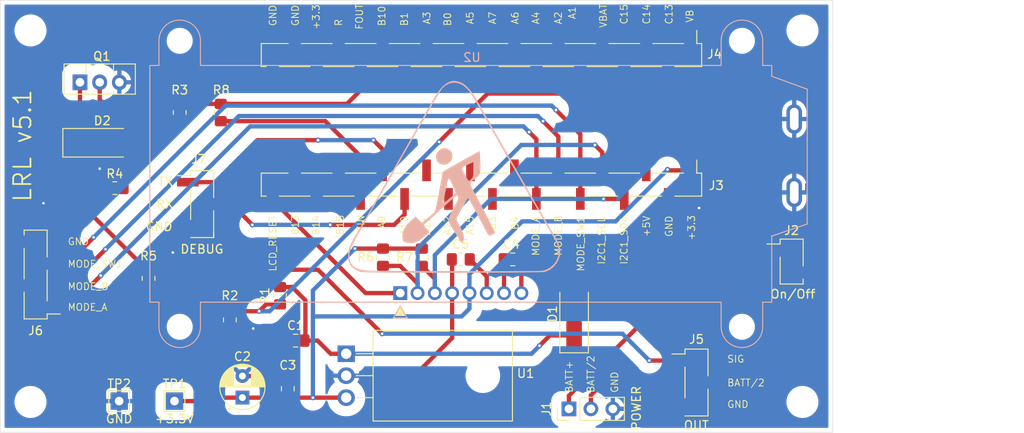
<source format=kicad_pcb>
(kicad_pcb (version 20240108) (generator "pcbnew") (generator_version "8.0")
  (layers (0 "F.Cu" signal) (31 "B.Cu" signal) (34 "B.Paste" user) (35 "F.Paste" user) (36 "B.SilkS" user "B.Silkscreen") (37 "F.SilkS" user "F.Silkscreen") (38 "B.Mask" user) (39 "F.Mask" user) (44 "Edge.Cuts" user))
  (net 0 "")
  (net 1 "+BATT")
  (net 2 "GND")
  (net 3 "+3.3V")
  (net 4 "Net-(U2-C1-)")
  (net 5 "Net-(U2-C1+)")
  (net 6 "Net-(U2-VOUT)")
  (net 7 "Net-(D1-A)")
  (net 8 "Net-(D2-K)")
  (net 9 "Net-(D2-A)")
  (net 10 "Net-(J1-Pin_1)")
  (net 11 "BATT{slash}2")
  (net 12 "I2C1_SDA")
  (net 13 "FOUT")
  (net 14 "I2C1_SCL")
  (net 15 "FIN")
  (net 16 "MODE_A")
  (net 18 "LCD_RESET")
  (net 21 "UART1_TX")
  (net 23 "UART1_RX")
  (net 29 "MODE_B")
  (net 31 "VBAT")
  (net 38 "MODE_SW1")
  (footprint "MountingHole:MountingHole_3.2mm_M3" (layer "F.Cu") (at 174.75 33.5)
    (property "Reference" "H1" (hide yes))
    (property "Value" "MountingHole" (hide yes))
    (pad "" np_thru_hole circle (at 0 0) (size 3.2 3.2) (drill 3.2) (layers "*.Cu" "*.Mask"))
  )
  (footprint "Diode_SMD:D_SMA_Handsoldering" (layer "F.Cu") (at 237.6 66.3 90)
    (property "Reference" "D1" (at 0 -2.5 90) (layer "F.SilkS"))
    (property "Value" "1N5819")
    (pad "1" smd roundrect (at -2.5 0 90) (size 3.5 1.8) (layers "F.Cu" "F.Paste" "F.Mask") (roundrect_rratio 0.1388888889) (net 1 "+BATT"))
    (pad "2" smd roundrect (at 2.5 0 90) (size 3.5 1.8) (layers "F.Cu" "F.Paste" "F.Mask") (roundrect_rratio 0.1388888889) (net 7 "Net-(D1-A)"))
  )
  (footprint "MountingHole:MountingHole_3.2mm_M3" (layer "F.Cu") (at 174.75 76.5)
    (property "Reference" "H3" (hide yes))
    (property "Value" "MountingHole" (hide yes))
    (pad "" np_thru_hole circle (at 0 0) (size 3.2 3.2) (drill 3.2) (layers "*.Cu" "*.Mask"))
  )
  (footprint "Diode_SMD:D_SMA_Handsoldering" (layer "F.Cu") (at 183 46.5)
    (property "Reference" "D2" (at 0.05 -2.55 0) (layer "F.SilkS"))
    (property "Value" "1N4148")
    (pad "1" smd roundrect (at -2.5 0) (size 3.5 1.8) (layers "F.Cu" "F.Paste" "F.Mask") (roundrect_rratio 0.1388888889) (net 8 "Net-(D2-K)"))
    (pad "2" smd roundrect (at 2.5 0) (size 3.5 1.8) (layers "F.Cu" "F.Paste" "F.Mask") (roundrect_rratio 0.1388888889) (net 9 "Net-(D2-A)"))
  )
  (footprint "Resistor_SMD:R_0805_2012Metric_Pad1.20x1.40mm_HandSolder" (layer "F.Cu") (at 215.5 59.75 -90)
    (property "Reference" "R6" (at 0 2 180) (layer "F.SilkS"))
    (property "Value" "10k")
    (pad "1" smd roundrect (at -1 0 270) (size 1.2 1.4) (layers "F.Cu" "F.Paste" "F.Mask") (roundrect_rratio 0.208333) (net 3 "+3.3V"))
    (pad "2" smd roundrect (at 1 0 270) (size 1.2 1.4) (layers "F.Cu" "F.Paste" "F.Mask") (roundrect_rratio 0.208333) (net 14 "I2C1_SCL"))
  )
  (footprint "Connector_PinHeader_2.54mm:PinHeader_1x03_P2.54mm_Vertical" (layer "F.Cu") (at 237 77.3 90)
    (property "Reference" "J1" (at 0 -2.6 90) (layer "F.SilkS"))
    (property "Value" "POWER" (at 0.1 7.8 90) (layer "F.SilkS"))
    (pad "1" thru_hole rect (at 0 0 90) (size 1.7 1.7) (drill 1) (layers "*.Cu" "*.Mask") (net 10 "Net-(J1-Pin_1)"))
    (pad "2" thru_hole oval (at 0 2.54 90) (size 1.7 1.7) (drill 1) (layers "*.Cu" "*.Mask") (net 11 "BATT{slash}2"))
    (pad "3" thru_hole oval (at 0 5.08 90) (size 1.7 1.7) (drill 1) (layers "*.Cu" "*.Mask") (net 2 "GND"))
  )
  (footprint "Connector_PinHeader_2.54mm:PinHeader_1x03_P2.54mm_Vertical_SMD_Pin1Left" (layer "F.Cu") (at 251.75 74.25)
    (property "Reference" "J5" (at 0 -5 0) (layer "F.SilkS"))
    (property "Value" "OUT")
    (pad "1" smd rect (at -1.655 -2.54) (size 2.51 1) (layers "F.Cu" "F.Paste" "F.Mask") (net 8 "Net-(D2-K)"))
    (pad "2" smd rect (at 1.655 0) (size 2.51 1) (layers "F.Cu" "F.Paste" "F.Mask") (net 11 "BATT{slash}2"))
    (pad "3" smd rect (at -1.655 2.54) (size 2.51 1) (layers "F.Cu" "F.Paste" "F.Mask") (net 2 "GND"))
  )
  (footprint "Capacitor_SMD:C_0805_2012Metric_Pad1.18x1.45mm_HandSolder" (layer "F.Cu") (at 204.5 74.9625 90)
    (property "Reference" "C3" (at 2.7125 0 180) (layer "F.SilkS"))
    (property "Value" "100n")
    (pad "1" smd roundrect (at -1.0375 0 90) (size 1.175 1.45) (layers "F.Cu" "F.Paste" "F.Mask") (roundrect_rratio 0.212766) (net 3 "+3.3V"))
    (pad "2" smd roundrect (at 1.0375 0 90) (size 1.175 1.45) (layers "F.Cu" "F.Paste" "F.Mask") (roundrect_rratio 0.212766) (net 2 "GND"))
  )
  (footprint "Resistor_SMD:R_0805_2012Metric_Pad1.20x1.40mm_HandSolder" (layer "F.Cu") (at 197.8 67 -90)
    (property "Reference" "R2" (at -2.8 0 0) (layer "F.SilkS"))
    (property "Value" "4.7k")
    (pad "1" smd roundrect (at -1 0 270) (size 1.2 1.4) (layers "F.Cu" "F.Paste" "F.Mask") (roundrect_rratio 0.208333) (net 31 "VBAT"))
    (pad "2" smd roundrect (at 1 0 270) (size 1.2 1.4) (layers "F.Cu" "F.Paste" "F.Mask") (roundrect_rratio 0.208333) (net 2 "GND"))
  )
  (footprint "Resistor_SMD:R_0805_2012Metric_Pad1.20x1.40mm_HandSolder" (layer "F.Cu") (at 192 43 -90)
    (property "Reference" "R3" (at -2.6 0 180) (layer "F.SilkS"))
    (property "Value" "1k")
    (pad "1" smd roundrect (at -1 0 270) (size 1.2 1.4) (layers "F.Cu" "F.Paste" "F.Mask") (roundrect_rratio 0.208333) (net 13 "FOUT"))
    (pad "2" smd roundrect (at 1 0 270) (size 1.2 1.4) (layers "F.Cu" "F.Paste" "F.Mask") (roundrect_rratio 0.208333) (net 9 "Net-(D2-A)"))
  )
  (footprint "TestPoint:TestPoint_THTPad_2.0x2.0mm_Drill1.0mm" (layer "F.Cu") (at 191.4 76.4)
    (property "Reference" "TP1" (at 0 -1.998 0) (layer "F.SilkS"))
    (property "Value" "+3.3V" (at 0 2.05 0) (layer "F.SilkS"))
    (pad "1" thru_hole rect (at 0 0) (size 2 2) (drill 1) (layers "*.Cu" "*.Mask") (net 3 "+3.3V"))
  )
  (footprint "Package_TO_SOT_THT:TO-220F-3_Horizontal_TabDown" (layer "F.Cu") (at 211.25 70.92 -90)
    (property "Reference" "U1" (at 2.28 -20.75 0) (layer "F.SilkS"))
    (property "Value" "BA033CC0T")
    (pad "" np_thru_hole circle (at 2.54 -15.8 270) (size 3.5 3.5) (drill 3.5) (layers "*.Cu" "*.Mask"))
    (pad "1" thru_hole rect (at 0 0 270) (size 1.905 2) (drill 1.2) (layers "*.Cu" "*.Mask") (net 1 "+BATT"))
    (pad "2" thru_hole oval (at 2.54 0 270) (size 1.905 2) (drill 1.2) (layers "*.Cu" "*.Mask") (net 2 "GND"))
    (pad "3" thru_hole oval (at 5.08 0 270) (size 1.905 2) (drill 1.2) (layers "*.Cu" "*.Mask") (net 3 "+3.3V"))
  )
  (footprint "Connector_PinHeader_2.54mm:PinHeader_1x20_P2.54mm_Vertical_SMD_Pin1Left" (layer "F.Cu") (at 226.89 51.345 -90)
    (property "Reference" "J3" (at 0.105 -27.15 0) (layer "F.SilkS"))
    (property "Value" "~" (hide yes))
    (pad "1" smd rect (at -1.655 -24.13 270) (size 2.51 1) (layers "F.Cu" "F.Paste" "F.Mask") (net 3 "+3.3V"))
    (pad "2" smd rect (at 1.655 -21.59 270) (size 2.51 1) (layers "F.Cu" "F.Paste" "F.Mask") (net 2 "GND"))
    (pad "3" smd rect (at -1.655 -19.05 270) (size 2.51 1) (layers "F.Cu" "F.Paste" "F.Mask"))
    (pad "4" smd rect (at 1.655 -16.51 270) (size 2.51 1) (layers "F.Cu" "F.Paste" "F.Mask") (net 12 "I2C1_SDA"))
    (pad "5" smd rect (at -1.655 -13.97 270) (size 2.51 1) (layers "F.Cu" "F.Paste" "F.Mask") (net 14 "I2C1_SCL"))
    (pad "6" smd rect (at 1.655 -11.43 270) (size 2.51 1) (layers "F.Cu" "F.Paste" "F.Mask") (net 38 "MODE_SW1"))
    (pad "7" smd rect (at -1.655 -8.89 270) (size 2.51 1) (layers "F.Cu" "F.Paste" "F.Mask") (net 29 "MODE_B"))
    (pad "8" smd rect (at 1.655 -6.35 270) (size 2.51 1) (layers "F.Cu" "F.Paste" "F.Mask") (net 16 "MODE_A"))
    (pad "9" smd rect (at -1.655 -3.81 270) (size 2.51 1) (layers "F.Cu" "F.Paste" "F.Mask"))
    (pad "10" smd rect (at 1.655 -1.27 270) (size 2.51 1) (layers "F.Cu" "F.Paste" "F.Mask"))
    (pad "11" smd rect (at -1.655 1.27 270) (size 2.51 1) (layers "F.Cu" "F.Paste" "F.Mask"))
    (pad "12" smd rect (at 1.655 3.81 270) (size 2.51 1) (layers "F.Cu" "F.Paste" "F.Mask"))
    (pad "13" smd rect (at -1.655 6.35 270) (size 2.51 1) (layers "F.Cu" "F.Paste" "F.Mask"))
    (pad "14" smd rect (at 1.655 8.89 270) (size 2.51 1) (layers "F.Cu" "F.Paste" "F.Mask") (net 23 "UART1_RX"))
    (pad "15" smd rect (at -1.655 11.43 270) (size 2.51 1) (layers "F.Cu" "F.Paste" "F.Mask") (net 21 "UART1_TX"))
    (pad "16" smd rect (at 1.655 13.97 270) (size 2.51 1) (layers "F.Cu" "F.Paste" "F.Mask") (net 15 "FIN"))
    (pad "17" smd rect (at -1.655 16.51 270) (size 2.51 1) (layers "F.Cu" "F.Paste" "F.Mask"))
    (pad "18" smd rect (at 1.655 19.05 270) (size 2.51 1) (layers "F.Cu" "F.Paste" "F.Mask"))
    (pad "19" smd rect (at -1.655 21.59 270) (size 2.51 1) (layers "F.Cu" "F.Paste" "F.Mask"))
    (pad "20" smd rect (at 1.655 24.13 270) (size 2.51 1) (layers "F.Cu" "F.Paste" "F.Mask") (net 18 "LCD_RESET"))
  )
  (footprint "Capacitor_SMD:C_0805_2012Metric_Pad1.18x1.45mm_HandSolder" (layer "F.Cu") (at 205.4 69.4 180)
    (property "Reference" "C1" (at 0 1.75 180) (layer "F.SilkS"))
    (property "Value" "100n")
    (pad "1" smd roundrect (at -1.0375 0 180) (size 1.175 1.45) (layers "F.Cu" "F.Paste" "F.Mask") (roundrect_rratio 0.212766) (net 1 "+BATT"))
    (pad "2" smd roundrect (at 1.0375 0 180) (size 1.175 1.45) (layers "F.Cu" "F.Paste" "F.Mask") (roundrect_rratio 0.212766) (net 2 "GND"))
  )
  (footprint "Connector_PinHeader_2.54mm:PinHeader_1x20_P2.54mm_Vertical_SMD_Pin1Left" (layer "F.Cu") (at 226.89 36.345 -90)
    (property "Reference" "J4" (at -0.095 -26.95 180) (layer "F.SilkS"))
    (property "Value" "~" (hide yes))
    (pad "1" smd rect (at -1.655 -24.13 270) (size 2.51 1) (layers "F.Cu" "F.Paste" "F.Mask"))
    (pad "2" smd rect (at 1.655 -21.59 270) (size 2.51 1) (layers "F.Cu" "F.Paste" "F.Mask"))
    (pad "3" smd rect (at -1.655 -19.05 270) (size 2.51 1) (layers "F.Cu" "F.Paste" "F.Mask"))
    (pad "4" smd rect (at 1.655 -16.51 270) (size 2.51 1) (layers "F.Cu" "F.Paste" "F.Mask"))
    (pad "5" smd rect (at -1.655 -13.97 270) (size 2.51 1) (layers "F.Cu" "F.Paste" "F.Mask") (net 31 "VBAT"))
    (pad "6" smd rect (at 1.655 -11.43 270) (size 2.51 1) (layers "F.Cu" "F.Paste" "F.Mask"))
    (pad "7" smd rect (at -1.655 -8.89 270) (size 2.51 1) (layers "F.Cu" "F.Paste" "F.Mask"))
    (pad "8" smd rect (at 1.655 -6.35 270) (size 2.51 1) (layers "F.Cu" "F.Paste" "F.Mask"))
    (pad "9" smd rect (at -1.655 -3.81 270) (size 2.51 1) (layers "F.Cu" "F.Paste" "F.Mask"))
    (pad "10" smd rect (at 1.655 -1.27 270) (size 2.51 1) (layers "F.Cu" "F.Paste" "F.Mask"))
    (pad "11" smd rect (at -1.655 1.27 270) (size 2.51 1) (layers "F.Cu" "F.Paste" "F.Mask"))
    (pad "12" smd rect (at 1.655 3.81 270) (size 2.51 1) (layers "F.Cu" "F.Paste" "F.Mask"))
    (pad "13" smd rect (at -1.655 6.35 270) (size 2.51 1) (layers "F.Cu" "F.Paste" "F.Mask"))
    (pad "14" smd rect (at 1.655 8.89 270) (size 2.51 1) (layers "F.Cu" "F.Paste" "F.Mask"))
    (pad "15" smd rect (at -1.655 11.43 270) (size 2.51 1) (layers "F.Cu" "F.Paste" "F.Mask"))
    (pad "16" smd rect (at 1.655 13.97 270) (size 2.51 1) (layers "F.Cu" "F.Paste" "F.Mask") (net 13 "FOUT"))
    (pad "17" smd rect (at -1.655 16.51 270) (size 2.51 1) (layers "F.Cu" "F.Paste" "F.Mask"))
    (pad "18" smd rect (at 1.655 19.05 270) (size 2.51 1) (layers "F.Cu" "F.Paste" "F.Mask"))
    (pad "19" smd rect (at -1.655 21.59 270) (size 2.51 1) (layers "F.Cu" "F.Paste" "F.Mask"))
    (pad "20" smd rect (at 1.655 24.13 270) (size 2.51 1) (layers "F.Cu" "F.Paste" "F.Mask"))
  )
  (footprint "Capacitor_THT:CP_Radial_D5.0mm_P2.50mm" (layer "F.Cu") (at 199.25 76 90)
    (property "Reference" "C2" (at 4.75 0 180) (layer "F.SilkS"))
    (property "Value" "22uF")
    (pad "1" thru_hole rect (at 0 0 90) (size 1.6 1.6) (drill 0.8) (layers "*.Cu" "*.Mask") (net 3 "+3.3V"))
    (pad "2" thru_hole circle (at 2.5 0 90) (size 1.6 1.6) (drill 0.8) (layers "*.Cu" "*.Mask") (net 2 "GND"))
  )
  (footprint "Capacitor_SMD:C_0805_2012Metric_Pad1.18x1.45mm_HandSolder" (layer "F.Cu") (at 230.5 60)
    (property "Reference" "C4" (at -0.15 -1.75 180) (layer "F.SilkS"))
    (property "Value" "1uF")
    (pad "1" smd roundrect (at -1.0375 0) (size 1.175 1.45) (layers "F.Cu" "F.Paste" "F.Mask") (roundrect_rratio 0.212766) (net 5 "Net-(U2-C1+)"))
    (pad "2" smd roundrect (at 1.0375 0) (size 1.175 1.45) (layers "F.Cu" "F.Paste" "F.Mask") (roundrect_rratio 0.212766) (net 4 "Net-(U2-C1-)"))
  )
  (footprint "Connector_PinHeader_2.54mm:PinHeader_1x02_P2.54mm_Vertical_SMD_Pin1Left" (layer "F.Cu") (at 262.75 60.25)
    (property "Reference" "J2" (at 0 -3.6 0) (layer "F.SilkS"))
    (property "Value" "On/Off")
    (pad "1" smd rect (at -1.655 -1.27) (size 2.51 1) (layers "F.Cu" "F.Paste" "F.Mask") (net 7 "Net-(D1-A)"))
    (pad "2" smd rect (at 1.655 1.27) (size 2.51 1) (layers "F.Cu" "F.Paste" "F.Mask") (net 10 "Net-(J1-Pin_1)"))
  )
  (footprint "Resistor_SMD:R_0805_2012Metric_Pad1.20x1.40mm_HandSolder" (layer "F.Cu") (at 184.5 51.75)
    (property "Reference" "R4" (at 0 -1.65 0) (layer "F.SilkS"))
    (property "Value" "10k")
    (pad "1" smd roundrect (at -1 0) (size 1.2 1.4) (layers "F.Cu" "F.Paste" "F.Mask") (roundrect_rratio 0.208333) (net 2 "GND"))
    (pad "2" smd roundrect (at 1 0) (size 1.2 1.4) (layers "F.Cu" "F.Paste" "F.Mask") (roundrect_rratio 0.208333) (net 9 "Net-(D2-A)"))
  )
  (footprint "Resistor_SMD:R_0805_2012Metric_Pad1.20x1.40mm_HandSolder" (layer "F.Cu") (at 203.6 64.2 -90)
    (property "Reference" "R1" (at 0 1.75 90) (layer "F.SilkS"))
    (property "Value" "27k")
    (pad "1" smd roundrect (at -1 0 270) (size 1.2 1.4) (layers "F.Cu" "F.Paste" "F.Mask") (roundrect_rratio 0.208333) (net 1 "+BATT"))
    (pad "2" smd roundrect (at 1 0 270) (size 1.2 1.4) (layers "F.Cu" "F.Paste" "F.Mask") (roundrect_rratio 0.208333) (net 31 "VBAT"))
  )
  (footprint "TestPoint:TestPoint_THTPad_2.0x2.0mm_Drill1.0mm" (layer "F.Cu") (at 185 76.4)
    (property "Reference" "TP2" (at 0 -1.998 0) (layer "F.SilkS"))
    (property "Value" "GND" (at 0 2.05 0) (layer "F.SilkS"))
    (pad "1" thru_hole rect (at 0 0) (size 2 2) (drill 1) (layers "*.Cu" "*.Mask") (net 2 "GND"))
  )
  (footprint "Capacitor_SMD:C_0805_2012Metric_Pad1.18x1.45mm_HandSolder" (layer "F.Cu") (at 224.5 60)
    (property "Reference" "C5" (at 0 -1.75 180) (layer "F.SilkS"))
    (property "Value" "1uF")
    (pad "1" smd roundrect (at -1.0375 0) (size 1.175 1.45) (layers "F.Cu" "F.Paste" "F.Mask") (roundrect_rratio 0.212766) (net 2 "GND"))
    (pad "2" smd roundrect (at 1.0375 0) (size 1.175 1.45) (layers "F.Cu" "F.Paste" "F.Mask") (roundrect_rratio 0.212766) (net 6 "Net-(U2-VOUT)"))
  )
  (footprint "Package_TO_SOT_THT:TO-126-3_Vertical" (layer "F.Cu") (at 180.47 39.5)
    (property "Reference" "Q1" (at 2.53 -3 0) (layer "F.SilkS"))
    (property "Value" "BC549")
    (pad "1" thru_hole rect (at 0 0) (size 1.71 1.8) (drill 1) (layers "*.Cu" "*.Mask") (net 8 "Net-(D2-K)"))
    (pad "2" thru_hole oval (at 2.28 0) (size 1.71 1.8) (drill 1) (layers "*.Cu" "*.Mask") (net 9 "Net-(D2-A)"))
    (pad "3" thru_hole oval (at 4.56 0) (size 1.71 1.8) (drill 1) (layers "*.Cu" "*.Mask") (net 2 "GND"))
  )
  (footprint "Connector_PinHeader_2.54mm:PinHeader_1x04_P2.54mm_Vertical_SMD_Pin1Left" (layer "F.Cu") (at 175.345 61.75 180)
    (property "Reference" "J6" (at 0 -6.5 0) (layer "F.SilkS"))
    (property "Value" "MODE")
    (pad "1" smd rect (at -1.655 -3.81 180) (size 2.51 1) (layers "F.Cu" "F.Paste" "F.Mask") (net 16 "MODE_A"))
    (pad "2" smd rect (at 1.655 -1.27 180) (size 2.51 1) (layers "F.Cu" "F.Paste" "F.Mask") (net 29 "MODE_B"))
    (pad "3" smd rect (at -1.655 1.27 180) (size 2.51 1) (layers "F.Cu" "F.Paste" "F.Mask") (net 38 "MODE_SW1"))
    (pad "4" smd rect (at 1.655 3.81 180) (size 2.51 1) (layers "F.Cu" "F.Paste" "F.Mask") (net 2 "GND"))
  )
  (footprint "Resistor_SMD:R_0805_2012Metric_Pad1.20x1.40mm_HandSolder" (layer "F.Cu") (at 188.4 62.2 90)
    (property "Reference" "R5" (at 2.6 0 180) (layer "F.SilkS"))
    (property "Value" "4.7k")
    (pad "1" smd roundrect (at -1 0 90) (size 1.2 1.4) (layers "F.Cu" "F.Paste" "F.Mask") (roundrect_rratio 0.208333) (net 1 "+BATT"))
    (pad "2" smd roundrect (at 1 0 90) (size 1.2 1.4) (layers "F.Cu" "F.Paste" "F.Mask") (roundrect_rratio 0.208333) (net 8 "Net-(D2-K)"))
  )
  (footprint "Connector_PinHeader_2.54mm:PinHeader_1x03_P2.54mm_Vertical_SMD_Pin1Left" (layer "F.Cu") (at 194.6 53.6)
    (property "Reference" "J7" (at -0.4 -5.2 180) (layer "F.SilkS"))
    (property "Value" "DEBUG")
    (pad "1" smd rect (at -1.655 -2.54) (size 2.51 1) (layers "F.Cu" "F.Paste" "F.Mask") (net 21 "UART1_TX"))
    (pad "2" smd rect (at 1.655 0) (size 2.51 1) (layers "F.Cu" "F.Paste" "F.Mask") (net 23 "UART1_RX"))
    (pad "3" smd rect (at -1.655 2.54) (size 2.51 1) (layers "F.Cu" "F.Paste" "F.Mask") (net 2 "GND"))
  )
  (footprint "Resistor_SMD:R_0805_2012Metric_Pad1.20x1.40mm_HandSolder" (layer "F.Cu") (at 220 59.75 -90)
    (property "Reference" "R7" (at 0 2 180) (layer "F.SilkS"))
    (property "Value" "10k")
    (pad "1" smd roundrect (at -1 0 270) (size 1.2 1.4) (layers "F.Cu" "F.Paste" "F.Mask") (roundrect_rratio 0.208333) (net 3 "+3.3V"))
    (pad "2" smd roundrect (at 1 0 270) (size 1.2 1.4) (layers "F.Cu" "F.Paste" "F.Mask") (roundrect_rratio 0.208333) (net 12 "I2C1_SDA"))
  )
  (footprint "MountingHole:MountingHole_3.2mm_M3" (layer "F.Cu") (at 264 76.5)
    (property "Reference" "H4" (hide yes))
    (property "Value" "MountingHole" (hide yes))
    (pad "" np_thru_hole circle (at 0 0) (size 3.2 3.2) (drill 3.2) (layers "*.Cu" "*.Mask"))
  )
  (footprint "Resistor_SMD:R_0805_2012Metric_Pad1.20x1.40mm_HandSolder" (layer "F.Cu") (at 196.75 43 -90)
    (property "Reference" "R8" (at -2.6 -0.05 180) (layer "F.SilkS"))
    (property "Value" "1k")
    (pad "1" smd roundrect (at -1 0 270) (size 1.2 1.4) (layers "F.Cu" "F.Paste" "F.Mask") (roundrect_rratio 0.208333) (net 13 "FOUT"))
    (pad "2" smd roundrect (at 1 0 270) (size 1.2 1.4) (layers "F.Cu" "F.Paste" "F.Mask") (roundrect_rratio 0.208333) (net 15 "FIN"))
  )
  (footprint "MountingHole:MountingHole_3.2mm_M3" (layer "F.Cu") (at 264 33.5)
    (property "Reference" "H2" (hide yes))
    (property "Value" "MountingHole" (hide yes))
    (pad "" np_thru_hole circle (at 0 0) (size 3.2 3.2) (drill 3.2) (layers "*.Cu" "*.Mask"))
  )
  (footprint "Display:NHD-C0220BiZ" (layer "B.Cu") (at 224.5 48 180)
    (property "Reference" "U2" (at -1.29 11.38 0) (layer "B.SilkS") (effects (justify mirror)))
    (property "Value" "NHD-C0220BIZ")
    (pad "" np_thru_hole circle (at -32.5 -19.8 180) (size 2.5 2.5) (drill 2.5) (layers "*.Cu" "*.Mask"))
    (pad "" np_thru_hole circle (at -32.5 13.3 180) (size 2.5 2.5) (drill 2.5) (layers "*.Cu" "*.Mask"))
    (pad "" np_thru_hole circle (at 32.5 -19.8 180) (size 2.5 2.5) (drill 2.5) (layers "*.Cu" "*.Mask"))
    (pad "" np_thru_hole circle (at 32.5 13.3 180) (size 2.5 2.5) (drill 2.5) (layers "*.Cu" "*.Mask"))
    (pad "1" thru_hole rect (at 7 -15.9 180) (size 1.6 1.6) (drill 1) (layers "*.Cu" "*.Mask") (net 18 "LCD_RESET"))
    (pad "2" thru_hole circle (at 5 -15.9 180) (size 1.6 1.6) (drill 1) (layers "*.Cu" "*.Mask") (net 14 "I2C1_SCL"))
    (pad "3" thru_hole circle (at 3 -15.9 180) (size 1.6 1.6) (drill 1) (layers "*.Cu" "*.Mask") (net 12 "I2C1_SDA"))
    (pad "4" thru_hole circle (at 1 -15.9 180) (size 1.6 1.6) (drill 1) (layers "*.Cu" "*.Mask") (net 2 "GND"))
    (pad "5" thru_hole circle (at -1 -15.9 180) (size 1.6 1.6) (drill 1) (layers "*.Cu" "*.Mask") (net 3 "+3.3V"))
    (pad "6" thru_hole circle (at -3 -15.9 180) (size 1.6 1.6) (drill 1) (layers "*.Cu" "*.Mask") (net 6 "Net-(U2-VOUT)"))
    (pad "7" thru_hole circle (at -5 -15.9 180) (size 1.6 1.6) (drill 1) (layers "*.Cu" "*.Mask") (net 5 "Net-(U2-C1+)"))
    (pad "8" thru_hole circle (at -7 -15.9 180) (size 1.6 1.6) (drill 1) (layers "*.Cu" "*.Mask") (net 4 "Net-(U2-C1-)"))
    (pad "9" thru_hole oval (at -38.55 -4.25 180) (size 1.8 3.4) (drill oval 1 2.6) (layers "*.Cu" "*.Mask") (net 2 "GND"))
    (pad "10" thru_hole oval (at -38.55 4.25 180) (size 1.8 3.4) (drill oval 1 2.6) (layers "*.Cu" "*.Mask") (net 2 "GND"))
  )
  (footprint "LOGO" (layer "B.Cu") (at 223.75 50.5 180)
    (property "Reference" "G***" (hide yes))
    (property "Value" "LOGO" (hide yes))
  )
  (gr_poly (pts (xy 217 66.5) (xy 218 66.5) (xy 217.5 65.5)) (stroke (width 0.1)) (fill solid) (layer "F.SilkS"))
  (gr_line (start 171.25 30) (end 171.25 80) (stroke (width 0.05)) (layer "Edge.Cuts"))
  (gr_line (start 171.25 30) (end 267.5 30) (stroke (width 0.05)) (layer "Edge.Cuts"))
  (gr_line (start 171.25 80) (end 267.5 80) (stroke (width 0.05)) (layer "Edge.Cuts"))
  (gr_line (start 267.5 80) (end 267.5 30) (stroke (width 0.05)) (layer "Edge.Cuts"))
  (gr_text "DEBUG" (at 192 59.4 0) (layer "F.SilkS") (effects (font (size 1 1)) (justify left bottom)))
  (gr_text "RX" (at 189.2 54.2 0) (layer "F.SilkS") (effects (font (size 1 1)) (justify left bottom)))
  (gr_text "VBAT" (at 241.44 33.25 90) (layer "F.SilkS") (effects (font (size 0.8 0.8) (thickness 0.1)) (justify left bottom)))
  (gr_text "B10" (at 215.84 33.05 90) (layer "F.SilkS") (effects (font (size 0.8 0.8) (thickness 0.1)) (justify left bottom)))
  (gr_text "GND" (at 249.04 57.45 90) (layer "F.SilkS") (effects (font (size 0.8 0.8) (thickness 0.1)) (justify left bottom)))
  (gr_text "SIG" (at 255.25 72 0) (layer "F.SilkS") (effects (font (size 0.8 0.8) (thickness 0.1)) (justify left bottom)))
  (gr_text "B15" (at 211.04 57.25 90) (layer "F.SilkS") (effects (font (size 0.8 0.8) (thickness 0.1)) (justify left bottom)))
  (gr_text "FIN" (at 213.44 56.85 90) (layer "F.SilkS") (effects (font (size 0.8 0.8) (thickness 0.1)) (justify left bottom)))
  (gr_text "A11" (at 221.04 57.25 90) (layer "F.SilkS") (effects (font (size 0.8 0.8) (thickness 0.1)) (justify left bottom)))
  (gr_text "B13" (at 205.84 57.25 90) (layer "F.SilkS") (effects (font (size 0.8 0.8) (thickness 0.1)) (justify left bottom)))
  (gr_text "+3.3" (at 251.64 57.85 90) (layer "F.SilkS") (effects (font (size 0.8 0.8) (thickness 0.1)) (justify left bottom)))
  (gr_text "GND" (at 242.75 75.5 90) (layer "F.SilkS") (effects (font (size 0.8 0.8) (thickness 0.1)) (justify left bottom)))
  (gr_text "GND" (at 188 56.8 0) (layer "F.SilkS") (effects (font (size 1 1)) (justify left bottom)))
  (gr_text "BATT/2" (at 240 75.5 90) (layer "F.SilkS") (effects (font (size 0.8 0.8) (thickness 0.1)) (justify left bottom)))
  (gr_text "C13" (at 249.04 32.85 90) (layer "F.SilkS") (effects (font (size 0.8 0.8) (thickness 0.1)) (justify left bottom)))
  (gr_text "LCD_RESET" (at 203.24 61.45 90) (layer "F.SilkS") (effects (font (size 0.8 0.8) (thickness 0.1)) (justify left bottom)))
  (gr_text "VB" (at 251.44 32.65 90) (layer "F.SilkS") (effects (font (size 0.8 0.8) (thickness 0.1)) (justify left bottom)))
  (gr_text "A15" (at 226.04 57.25 90) (layer "F.SilkS") (effects (font (size 0.8 0.8) (thickness 0.1)) (justify left bottom)))
  (gr_text "A5" (at 226.04 32.85 90) (layer "F.SilkS") (effects (font (size 0.8 0.8) (thickness 0.1)) (justify left bottom)))
  (gr_text "A1" (at 237.84 32.25 90) (layer "F.SilkS") (effects (font (size 0.8 0.8) (thickness 0.1)) (justify left bottom)))
  (gr_text "B1" (at 218.44 33.05 90) (layer "F.SilkS") (effects (font (size 0.8 0.8) (thickness 0.1)) (justify left bottom)))
  (gr_text "R" (at 210.84 33.05 90) (layer "F.SilkS") (effects (font (size 0.8 0.8) (thickness 0.1)) (justify left bottom)))
  (gr_text "OUT" (at 250.2 79.8 0) (layer "F.SilkS") (effects (font (size 1 1)) (justify left bottom)))
  (gr_text "MODE_B" (at 236.24 59.65 90) (layer "F.SilkS") (effects (font (size 0.8 0.8) (thickness 0.1)) (justify left bottom)))
  (gr_text "GND" (at 205.84 33.05 90) (layer "F.SilkS") (effects (font (size 0.8 0.8) (thickness 0.1)) (justify left bottom)))
  (gr_text "B14" (at 208.24 57.25 90) (layer "F.SilkS") (effects (font (size 0.8 0.8) (thickness 0.1)) (justify left bottom)))
  (gr_text "C15" (at 243.84 32.85 90) (layer "F.SilkS") (effects (font (size 0.8 0.8) (thickness 0.1)) (justify left bottom)))
  (gr_text "A3" (at 221.04 32.85 90) (layer "F.SilkS") (effects (font (size 0.8 0.8) (thickness 0.1)) (justify left bottom)))
  (gr_text "B0" (at 223.44 33.05 90) (layer "F.SilkS") (effects (font (size 0.8 0.8) (thickness 0.1)) (justify left bottom)))
  (gr_text "BATT/2" (at 255.25 74.75 0) (layer "F.SilkS") (effects (font (size 0.8 0.8) (thickness 0.1)) (justify left bottom)))
  (gr_text "B4" (at 231.24 56.65 90) (layer "F.SilkS") (effects (font (size 0.8 0.8) (thickness 0.1)) (justify left bottom)))
  (gr_text "A9" (at 215.84 56.45 90) (layer "F.SilkS") (effects (font (size 0.8 0.8) (thickness 0.1)) (justify left bottom)))
  (gr_text "A10" (at 218.44 57.25 90) (layer "F.SilkS") (effects (font (size 0.8 0.8) (thickness 0.1)) (justify left bottom)))
  (gr_text "GND" (at 255.25 77.25 0) (layer "F.SilkS") (effects (font (size 0.8 0.8) (thickness 0.1)) (justify left bottom)))
  (gr_text "MODE_SW1" (at 238.84 61.45 90) (layer "F.SilkS") (effects (font (size 0.8 0.8) (thickness 0.1)) (justify left bottom)))
  (gr_text "A6" (at 231.24 32.85 90) (layer "F.SilkS") (effects (font (size 0.8 0.8) (thickness 0.1)) (justify left bottom)))
  (gr_text "I2C1_SDA" (at 243.84 60.65 90) (layer "F.SilkS") (effects (font (size 0.8 0.8) (thickness 0.1)) (justify left bottom)))
  (gr_text "MODE_A" (at 233.64 59.65 90) (layer "F.SilkS") (effects (font (size 0.8 0.8) (thickness 0.1)) (justify left bottom)))
  (gr_text "BATT+" (at 237.5 75.5 90) (layer "F.SilkS") (effects (font (size 0.8 0.8) (thickness 0.1)) (justify left bottom)))
  (gr_text "C14" (at 246.44 32.85 90) (layer "F.SilkS") (effects (font (size 0.8 0.8) (thickness 0.1)) (justify left bottom)))
  (gr_text "+5V" (at 246.44 57.45 90) (layer "F.SilkS") (effects (font (size 0.8 0.8) (thickness 0.1)) (justify left bottom)))
  (gr_text "FOUT" (at 213.24 33.45 90) (layer "F.SilkS") (effects (font (size 0.8 0.8) (thickness 0.1)) (justify left bottom)))
  (gr_text "LRL v5.1" (at 175 53.5 90) (layer "F.SilkS") (effects (font (size 2 2) (thickness 0.2)) (justify left bottom)))
  (gr_text "A2" (at 236.24 32.85 90) (layer "F.SilkS") (effects (font (size 0.8 0.8) (thickness 0.1)) (justify left bottom)))
  (gr_text "B3" (at 228.64 56.65 90) (layer "F.SilkS") (effects (font (size 0.8 0.8) (thickness 0.1)) (justify left bottom)))
  (gr_text "A7" (at 228.64 32.85 90) (layer "F.SilkS") (effects (font (size 0.8 0.8) (thickness 0.1)) (justify left bottom)))
  (gr_text "GND" (at 203.24 33.05 90) (layer "F.SilkS") (effects (font (size 0.8 0.8) (thickness 0.1)) (justify left bottom)))
  (gr_text "I2C1_SCL" (at 241.24 60.65 90) (layer "F.SilkS") (effects (font (size 0.8 0.8) (thickness 0.1)) (justify left bottom)))
  (gr_text "On/Off" (at 260.2 64.6 0) (layer "F.SilkS") (effects (font (size 1 1)) (justify left bottom)))
  (gr_text "MODE_B" (at 179 63.6 0) (layer "F.SilkS") (effects (font (size 0.8 0.8) (thickness 0.1)) (justify left bottom)))
  (gr_text "A4" (at 233.64 32.85 90) (layer "F.SilkS") (effects (font (size 0.8 0.8) (thickness 0.1)) (justify left bottom)))
  (gr_text "A12" (at 223.44 57.25 90) (layer "F.SilkS") (effects (font (size 0.8 0.8) (thickness 0.1)) (justify left bottom)))
  (gr_text "MODE_SW1" (at 179 61 0) (layer "F.SilkS") (effects (font (size 0.8 0.8) (thickness 0.1)) (justify left bottom)))
  (gr_text "MODE_A" (at 179 66 0) (layer "F.SilkS") (effects (font (size 0.8 0.8) (thickness 0.1)) (justify left bottom)))
  (gr_text "+3.3" (at 208.24 33.45 90) (layer "F.SilkS") (effects (font (size 0.8 0.8) (thickness 0.1)) (justify left bottom)))
  (gr_text "TX" (at 189.4 51.6 0) (layer "F.SilkS") (effects (font (size 1 1)) (justify left bottom)))
  (gr_text "GND" (at 179 58.4 0) (layer "F.SilkS") (effects (font (size 0.8 0.8) (thickness 0.1)) (justify left bottom)))
  (segment (start 206.5375 64.7375) (end 205 63.2) (width 0.5) (layer "F.Cu") (net 1))
  (segment (start 234.8 68.8) (end 237.6 68.8) (width 0.5) (layer "F.Cu") (net 1))
  (segment (start 207.9375 69.4) (end 206.4375 69.4) (width 0.5) (layer "F.Cu") (net 1))
  (segment (start 209.4575 70.92) (end 207.9375 69.4) (width 0.5) (layer "F.Cu") (net 1))
  (segment (start 211.25 70.92) (end 209.4575 70.92) (width 0.5) (layer "F.Cu") (net 1))
  (segment (start 205 63.2) (end 203.6 63.2) (width 0.5) (layer "F.Cu") (net 1))
  (segment (start 233.6 70) (end 234.8 68.8) (width 0.5) (layer "F.Cu") (net 1))
  (segment (start 206.4375 69.4) (end 206.5375 69.3) (width 0.5) (layer "F.Cu") (net 1))
  (segment (start 206.5375 69.3) (end 206.5375 64.7375) (width 0.5) (layer "F.Cu") (net 1))
  (segment (start 203.6 63.2) (end 188.4 63.2) (width 0.5) (layer "F.Cu") (net 1))
  (via (at 233.6 70) (size 0.6) (drill 0.3) (layers "F.Cu" "B.Cu") (net 1))
  (segment (start 233.6 70) (end 232.68 70.92) (width 0.5) (layer "B.Cu") (net 1))
  (segment (start 232.68 70.92) (end 211.25 70.92) (width 0.5) (layer "B.Cu") (net 1))
  (segment (start 248.48 53) (end 250.99 53) (width 0.5) (layer "F.Cu") (net 2))
  (segment (start 192.945 57.455) (end 191.2 59.2) (width 0.5) (layer "F.Cu") (net 2))
  (segment (start 245.7 77.3) (end 246.21 76.79) (width 0.5) (layer "F.Cu") (net 2))
  (segment (start 223.5 60.0375) (end 223.4625 60) (width 0.5) (layer "F.Cu") (net 2))
  (segment (start 223.5 69.1) (end 223.5 63.9) (width 0.5) (layer "F.Cu") (net 2))
  (segment (start 201.75 73.5) (end 199.25 73.5) (width 0.5) (layer "F.Cu") (net 2))
  (segment (start 173.69 57.94) (end 173.69 56.06) (width 0.5) (layer "F.Cu") (net 2))
  (segment (start 211.25 73.46) (end 219.14 73.46) (width 0.5) (layer "F.Cu") (net 2))
  (segment (start 204.3625 69.4) (end 202.9625 68) (width 0.5) (layer "F.Cu") (net 2))
  (segment (start 204.5 73.925) (end 202.175 73.925) (width 0.5) (layer "F.Cu") (net 2))
  (segment (start 183.5 50.25) (end 182.75 49.5) (width 0.5) (layer "F.Cu") (net 2))
  (segment (start 202.175 73.925) (end 201.75 73.5) (width 0.5) (layer "F.Cu") (net 2))
  (segment (start 202.9625 68) (end 200.5 68) (width 0.5) (layer "F.Cu") (net 2))
  (segment (start 219.14 73.46) (end 223.5 69.1) (width 0.5) (layer "F.Cu") (net 2))
  (segment (start 223.5 63.9) (end 223.5 60.0375) (width 0.5) (layer "F.Cu") (net 2))
  (segment (start 192.945 56.14) (end 192.945 57.455) (width 0.5) (layer "F.Cu") (net 2))
  (segment (start 250.095 76.79) (end 246.21 76.79) (width 0.5) (layer "F.Cu") (net 2))
  (segment (start 183.5 51.75) (end 183.5 50.25) (width 0.5) (layer "F.Cu") (net 2))
  (segment (start 200.5 68) (end 197.8 68) (width 0.5) (layer "F.Cu") (net 2))
  (segment (start 173.69 56.06) (end 176.25 53.5) (width 0.5) (layer "F.Cu") (net 2))
  (segment (start 242.08 77.3) (end 245.7 77.3) (width 0.5) (layer "F.Cu") (net 2))
  (segment (start 250.99 53) (end 252.04 54.05) (width 0.5) (layer "F.Cu") (net 2))
  (via (at 182.75 49.5) (size 0.6) (drill 0.3) (layers "F.Cu" "B.Cu") (net 2))
  (via (at 200.5 68) (size 0.6) (drill 0.3) (layers "F.Cu" "B.Cu") (net 2))
  (via (at 252.04 54.05) (size 0.6) (drill 0.3) (layers "F.Cu" "B.Cu") (net 2))
  (via (at 176.25 53.5) (size 0.6) (drill 0.3) (layers "F.Cu" "B.Cu") (net 2))
  (via (at 191.2 59.2) (size 0.6) (drill 0.3) (layers "F.Cu" "B.Cu") (net 2))
  (segment (start 264.55 51.3575) (end 264.55 52.25) (width 0.5) (layer "B.Cu") (net 2))
  (segment (start 264.60375 51.30375) (end 264.55 51.3575) (width 0.5) (layer "B.Cu") (net 2))
  (segment (start 195.2 76.4) (end 191.4 76.4) (width 0.5) (layer "F.Cu") (net 3))
  (segment (start 199.25 76) (end 195.6 76) (width 0.5) (layer "F.Cu") (net 3))
  (segment (start 199.25 76) (end 198.75 76.5) (width 0.5) (layer "F.Cu") (net 3))
  (segment (start 207.4 76) (end 211.25 76) (width 0.5) (layer "F.Cu") (net 3))
  (segment (start 215.5 58.75) (end 220 58.75) (width 0.5) (layer "F.Cu") (net 3))
  (segment (start 215.5 58.75) (end 212.25 58.75) (width 0.5) (layer "F.Cu") (net 3))
  (segment (start 195.6 76) (end 195.2 76.4) (width 0.5) (layer "F.Cu") (net 3))
  (segment (start 199.25 76) (end 204.5 76) (width 0.5) (layer "F.Cu") (net 3))
  (segment (start 248.4 49.6) (end 248.49 49.69) (width 0.5) (layer "F.Cu") (net 3))
  (segment (start 248.49 49.69) (end 251.02 49.69) (width 0.5) (layer "F.Cu") (net 3))
  (segment (start 204.5 76) (end 207.4 76) (width 0.5) (layer "F.Cu") (net 3))
  (via (at 212.25 58.75) (size 0.6) (drill 0.3) (layers "F.Cu" "B.Cu") (net 3))
  (via (at 207.4 76) (size 0.6) (drill 0.3) (layers "F.Cu" "B.Cu") (net 3))
  (via (at 248.4 49.6) (size 0.6) (drill 0.3) (layers "F.Cu" "B.Cu") (net 3))
  (segment (start 225.5 65.7) (end 224.6 66.6) (width 0.5) (layer "B.Cu") (net 3))
  (segment (start 224.6 66.6) (end 207.4 66.6) (width 0.5) (layer "B.Cu") (net 3))
  (segment (start 225.5 61.7) (end 225.5 63.9) (width 0.5) (layer "B.Cu") (net 3))
  (segment (start 207.4 76) (end 207.4 66.6) (width 0.5) (layer "B.Cu") (net 3))
  (segment (start 242.4 55.6) (end 231.6 55.6) (width 0.5) (layer "B.Cu") (net 3))
  (segment (start 207.4 63.6) (end 212.25 58.75) (width 0.5) (layer "B.Cu") (net 3))
  (segment (start 207.4 66.6) (end 207.4 63.6) (width 0.5) (layer "B.Cu") (net 3))
  (segment (start 231.6 55.6) (end 225.5 61.7) (width 0.5) (layer "B.Cu") (net 3))
  (segment (start 248.4 49.6) (end 242.4 55.6) (width 0.5) (layer "B.Cu") (net 3))
  (segment (start 225.5 63.9) (end 225.5 65.7) (width 0.5) (layer "B.Cu") (net 3))
  (segment (start 231.5 63.9) (end 231.5 60.0375) (width 0.5) (layer "F.Cu") (net 4))
  (segment (start 231.5 60.0375) (end 231.5375 60) (width 0.5) (layer "F.Cu") (net 4))
  (segment (start 229.5 63.9) (end 229.5 60.0375) (width 0.5) (layer "F.Cu") (net 5))
  (segment (start 229.5 60.0375) (end 229.4625 60) (width 0.5) (layer "F.Cu") (net 5))
  (segment (start 227.5 63.9) (end 227.5 61.9625) (width 0.5) (layer "F.Cu") (net 6))
  (segment (start 227.5 61.9625) (end 225.5375 60) (width 0.5) (layer "F.Cu") (net 6))
  (segment (start 246.2 63.8) (end 237.6 63.8) (width 0.5) (layer "F.Cu") (net 7))
  (segment (start 261.095 58.98) (end 251.02 58.98) (width 0.5) (layer "F.Cu") (net 7))
  (segment (start 251.02 58.98) (end 246.2 63.8) (width 0.5) (layer "F.Cu") (net 7))
  (segment (start 208 61.2) (end 188.4 61.2) (width 0.5) (layer "F.Cu") (net 8))
  (segment (start 215.4 68.6) (end 208 61.2) (width 0.5) (layer "F.Cu") (net 8))
  (segment (start 250.095 71.71) (end 246.29 71.71) (width 0.5) (layer "F.Cu") (net 8))
  (segment (start 180.47 46.47) (end 180.5 46.5) (width 0.5) (layer "F.Cu") (net 8))
  (segment (start 180.5 46.5) (end 180.5 53.5) (width 0.5) (layer "F.Cu") (net 8))
  (segment (start 180.5 53.5) (end 188.2 61.2) (width 0.5) (layer "F.Cu") (net 8))
  (segment (start 188.2 61.2) (end 188.4 61.2) (width 0.5) (layer "F.Cu") (net 8))
  (segment (start 180.47 39.5) (end 180.47 46.47) (width 0.5) (layer "F.Cu") (net 8))
  (via (at 246.29 71.71) (size 0.6) (drill 0.3) (layers "F.Cu" "B.Cu") (net 8))
  (via (at 215.4 68.6) (size 0.6) (drill 0.3) (layers "F.Cu" "B.Cu") (net 8))
  (segment (start 215.4 68.6) (end 243.18 68.6) (width 0.5) (layer "B.Cu") (net 8))
  (segment (start 243.18 68.6) (end 246.29 71.71) (width 0.5) (layer "B.Cu") (net 8))
  (segment (start 185.5 51.75) (end 185.5 46.5) (width 0.5) (layer "F.Cu") (net 9))
  (segment (start 185.5 46.5) (end 189.5 46.5) (width 0.5) (layer "F.Cu") (net 9))
  (segment (start 182.75 41.5) (end 185.5 44.25) (width 0.5) (layer "F.Cu") (net 9))
  (segment (start 182.75 39.5) (end 182.75 41.5) (width 0.5) (layer "F.Cu") (net 9))
  (segment (start 185.5 44.25) (end 185.5 46.5) (width 0.5) (layer "F.Cu") (net 9))
  (segment (start 189.5 46.5) (end 192 44) (width 0.5) (layer "F.Cu") (net 9))
  (segment (start 237 77.3) (end 237 75.775) (width 0.5) (layer "F.Cu") (net 10))
  (segment (start 237 75.775) (end 251.255 61.52) (width 0.5) (layer "F.Cu") (net 10))
  (segment (start 251.255 61.52) (end 264.405 61.52) (width 0.5) (layer "F.Cu") (net 10))
  (segment (start 241 74.25) (end 239.54 75.71) (width 0.5) (layer "F.Cu") (net 11))
  (segment (start 253.405 74.25) (end 241 74.25) (width 0.5) (layer "F.Cu") (net 11))
  (segment (start 239.54 75.71) (end 239.54 77.3) (width 0.5) (layer "F.Cu") (net 11))
  (segment (start 243.4 53) (end 241 53) (width 0.5) (layer "F.Cu") (net 12))
  (segment (start 221.5 63.9) (end 221.5 62.25) (width 0.5) (layer "F.Cu") (net 12))
  (segment (start 221.5 62.25) (end 220 60.75) (width 0.5) (layer "F.Cu") (net 12))
  (via (at 241 53) (size 0.6) (drill 0.3) (layers "F.Cu" "B.Cu") (net 12))
  (segment (start 221.5 59.5) (end 228 53) (width 0.5) (layer "B.Cu") (net 12))
  (segment (start 228 53) (end 241 53) (width 0.5) (layer "B.Cu") (net 12))
  (segment (start 221.5 63.9) (end 221.5 59.5) (width 0.5) (layer "B.Cu") (net 12))
  (segment (start 196.75 42) (end 192 42) (width 0.5) (layer "F.Cu") (net 13))
  (segment (start 196.75 42) (end 211.34 42) (width 0.5) (layer "F.Cu") (net 13))
  (segment (start 211.34 42) (end 212.92 40.42) (width 0.5) (layer "F.Cu") (net 13))
  (segment (start 212.92 40.42) (end 212.92 38) (width 0.5) (layer "F.Cu") (net 13))
  (segment (start 240.86 49.69) (end 240.86 47.61) (width 0.5) (layer "F.Cu") (net 14))
  (segment (start 240.86 47.61) (end 240 46.75) (width 0.5) (layer "F.Cu") (net 14))
  (segment (start 219.5 62.76863) (end 217.490685 60.759315) (width 0.5) (layer "F.Cu") (net 14))
  (segment (start 217.490685 60.759315) (end 217.48137 60.75) (width 0.5) (layer "F.Cu") (net 14))
  (segment (start 217.48137 60.75) (end 215.5 60.75) (width 0.5) (layer "F.Cu") (net 14))
  (segment (start 219.5 63.9) (end 219.5 62.76863) (width 0.5) (layer "F.Cu") (net 14))
  (via (at 240 46.75) (size 0.6) (drill 0.3) (layers "F.Cu" "B.Cu") (net 14))
  (segment (start 240 46.75) (end 231.5 46.75) (width 0.5) (layer "B.Cu") (net 14))
  (segment (start 219.5 58.75) (end 231.5 46.75) (width 0.5) (layer "B.Cu") (net 14))
  (segment (start 219.5 63.9) (end 219.5 58.75) (width 0.5) (layer "B.Cu") (net 14))
  (segment (start 212.92 53) (end 212.92 48.08) (width 0.5) (layer "F.Cu") (net 15))
  (segment (start 212.92 48.08) (end 208.84 44) (width 0.5) (layer "F.Cu") (net 15))
  (segment (start 208.84 44) (end 196.75 44) (width 0.5) (layer "F.Cu") (net 15))
  (segment (start 182.875 61.875) (end 179.19 65.56) (width 0.5) (layer "F.Cu") (net 16))
  (segment (start 232.4 45.25) (end 233.24 46.09) (width 0.5) (layer "F.Cu") (net 16))
  (segment (start 233.24 46.09) (end 233.24 53) (width 0.5) (layer "F.Cu") (net 16))
  (segment (start 179.19 65.56) (end 177 65.56) (width 0.5) (layer "F.Cu") (net 16))
  (via (at 182.875 61.875) (size 0.6) (drill 0.3) (layers "F.Cu" "B.Cu") (net 16))
  (via (at 232.4 45.25) (size 0.6) (drill 0.3) (layers "F.Cu" "B.Cu") (net 16))
  (segment (start 182.875 61.875) (end 200.15 44.6) (width 0.5) (layer "B.Cu") (net 16))
  (segment (start 231.75 44.6) (end 232.4 45.25) (width 0.5) (layer "B.Cu") (net 16))
  (segment (start 200.15 44.6) (end 231.75 44.6) (width 0.5) (layer "B.Cu") (net 16))
  (segment (start 213.5 63.9) (end 202.76 53.16) (width 0.5) (layer "F.Cu") (net 18))
  (segment (start 202.76 53.16) (end 202.76 53) (width 0.5) (layer "F.Cu") (net 18))
  (segment (start 217.5 63.9) (end 213.5 63.9) (width 0.5) (layer "F.Cu") (net 18))
  (segment (start 215.46 49.69) (end 215.46 47.26) (width 0.5) (layer "F.Cu") (net 21))
  (segment (start 196.14 51.06) (end 201 46.2) (width 0.5) (layer "F.Cu") (net 21))
  (segment (start 192.945 51.06) (end 196.14 51.06) (width 0.5) (layer "F.Cu") (net 21))
  (segment (start 201 46.2) (end 208 46.2) (width 0.5) (layer "F.Cu") (net 21))
  (segment (start 215.46 47.26) (end 214.4 46.2) (width 0.5) (layer "F.Cu") (net 21))
  (via (at 208 46.2) (size 0.6) (drill 0.3) (layers "F.Cu" "B.Cu") (net 21))
  (via (at 214.4 46.2) (size 0.6) (drill 0.3) (layers "F.Cu" "B.Cu") (net 21))
  (segment (start 208 46.2) (end 214.4 46.2) (width 0.5) (layer "B.Cu") (net 21))
  (segment (start 218 54.8) (end 216.8 56) (width 0.5) (layer "F.Cu") (net 23))
  (segment (start 218 53) (end 218 54.8) (width 0.5) (layer "F.Cu") (net 23))
  (segment (start 216.8 56) (end 209.4 56) (width 0.5) (layer "F.Cu") (net 23))
  (segment (start 198 53.6) (end 196.255 53.6) (width 0.5) (layer "F.Cu") (net 23))
  (segment (start 200.4 56) (end 198 53.6) (width 0.5) (layer "F.Cu") (net 23))
  (via (at 200.4 56) (size 0.6) (drill 0.3) (layers "F.Cu" "B.Cu") (net 23))
  (via (at 209.4 56) (size 0.6) (drill 0.3) (layers "F.Cu" "B.Cu") (net 23))
  (segment (start 200.4 56) (end 209.4 56) (width 0.5) (layer "B.Cu") (net 23))
  (segment (start 235.78 45.78) (end 235.78 49.69) (width 0.5) (layer "F.Cu") (net 29))
  (segment (start 179.23 63.02) (end 173.69 63.02) (width 0.5) (layer "F.Cu") (net 29))
  (segment (start 183.425 58.825) (end 179.23 63.02) (width 0.5) (layer "F.Cu") (net 29))
  (segment (start 234 44) (end 235.78 45.78) (width 0.5) (layer "F.Cu") (net 29))
  (segment (start 173.69 63.02) (end 173.48 63.02) (width 0.5) (layer "F.Cu") (net 29))
  (via (at 183.425 58.825) (size 0.6) (drill 0.3) (layers "F.Cu" "B.Cu") (net 29))
  (via (at 234 44) (size 0.6) (drill 0.3) (layers "F.Cu" "B.Cu") (net 29))
  (segment (start 198.85 43.4) (end 233.4 43.4) (width 0.5) (layer "B.Cu") (net 29))
  (segment (start 183.425 58.825) (end 198.85 43.4) (width 0.5) (layer "B.Cu") (net 29))
  (segment (start 233.4 43.4) (end 234 44) (width 0.5) (layer "B.Cu") (net 29))
  (segment (start 202 65.2) (end 201.2 66) (width 0.5) (layer "F.Cu") (net 31))
  (segment (start 240.86 39.14) (end 240.86 34.69) (width 0.5) (layer "F.Cu") (net 31))
  (segment (start 203.6 65.2) (end 202 65.2) (width 0.5) (layer "F.Cu") (net 31))
  (segment (start 201.2 66) (end 197.8 66) (width 0.5) (layer "F.Cu") (net 31))
  (segment (start 239.2 40.8) (end 240.86 39.14) (width 0.5) (layer "F.Cu") (net 31))
  (segment (start 227.6 40.8) (end 239.2 40.8) (width 0.5) (layer "F.Cu") (net 31))
  (segment (start 222 46.4) (end 227.6 40.8) (width 0.5) (layer "F.Cu") (net 31))
  (via (at 201.2 66) (size 0.6) (drill 0.3) (layers "F.Cu" "B.Cu") (net 31))
  (via (at 222 46.4) (size 0.6) (drill 0.3) (layers "F.Cu" "B.Cu") (net 31))
  (segment (start 222 46.4) (end 202.4 66) (width 0.5) (layer "B.Cu") (net 31))
  (segment (start 202.4 66) (end 201.2 66) (width 0.5) (layer "B.Cu") (net 31))
  (segment (start 235.5 42.7) (end 238.32 45.52) (width 0.5) (layer "F.Cu") (net 38))
  (segment (start 238.32 45.52) (end 238.32 53) (width 0.5) (layer "F.Cu") (net 38))
  (segment (start 179.02 60.48) (end 177 60.48) (width 0.5) (layer "F.Cu") (net 38))
  (segment (start 182.05 57.45) (end 179.02 60.48) (width 0.5) (layer "F.Cu") (net 38))
  (via (at 235.5 42.7) (size 0.6) (drill 0.3) (layers "F.Cu" "B.Cu") (net 38))
  (via (at 182.05 57.45) (size 0.6) (drill 0.3) (layers "F.Cu" "B.Cu") (net 38))
  (segment (start 235.5 42.7) (end 235 42.2) (width 0.5) (layer "B.Cu") (net 38))
  (segment (start 197.3 42.2) (end 182.05 57.45) (width 0.5) (layer "B.Cu") (net 38))
  (segment (start 235 42.2) (end 197.3 42.2) (width 0.5) (layer "B.Cu") (net 38))
  (zone (net 2) (net_name "GND") (layer "B.Cu") (connect_pads (clearance 1.2)) (min_thickness 0.25) (fill yes (thermal_gap 0.5) (thermal_bridge_width 0.5))
    (polygon (pts (xy 267.4 30) (xy 267.4 80) (xy 171.4 80) (xy 171.4 30) (xy 171.6 30)))
  )
)
</source>
